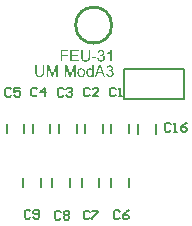
<source format=gto>
G04 Layer_Color=65535*
%FSLAX25Y25*%
%MOIN*%
G70*
G01*
G75*
%ADD16C,0.01000*%
%ADD17C,0.00787*%
%ADD18C,0.00591*%
G36*
X-12070Y20669D02*
X-12560D01*
Y23885D01*
X-13684Y20669D01*
X-14141D01*
X-15248Y23939D01*
Y20669D01*
X-15739D01*
Y24509D01*
X-14977D01*
X-14066Y21788D01*
Y21784D01*
X-14062Y21772D01*
X-14054Y21751D01*
X-14045Y21726D01*
X-14037Y21697D01*
X-14025Y21659D01*
X-13996Y21576D01*
X-13966Y21485D01*
X-13937Y21389D01*
X-13908Y21302D01*
X-13896Y21260D01*
X-13883Y21223D01*
Y21227D01*
X-13879Y21231D01*
X-13875Y21243D01*
X-13871Y21260D01*
X-13862Y21285D01*
X-13854Y21310D01*
X-13846Y21343D01*
X-13833Y21376D01*
X-13821Y21418D01*
X-13804Y21464D01*
X-13788Y21514D01*
X-13771Y21572D01*
X-13750Y21630D01*
X-13729Y21697D01*
X-13704Y21763D01*
X-13679Y21838D01*
X-12756Y24509D01*
X-12070D01*
Y20669D01*
D02*
G37*
G36*
X-6112D02*
X-6603D01*
Y23885D01*
X-7726Y20669D01*
X-8184D01*
X-9291Y23939D01*
Y20669D01*
X-9781D01*
Y24509D01*
X-9020D01*
X-8109Y21788D01*
Y21784D01*
X-8105Y21772D01*
X-8097Y21751D01*
X-8088Y21726D01*
X-8080Y21697D01*
X-8068Y21659D01*
X-8038Y21576D01*
X-8009Y21485D01*
X-7980Y21389D01*
X-7951Y21302D01*
X-7939Y21260D01*
X-7926Y21223D01*
Y21227D01*
X-7922Y21231D01*
X-7918Y21243D01*
X-7914Y21260D01*
X-7905Y21285D01*
X-7897Y21310D01*
X-7889Y21343D01*
X-7876Y21376D01*
X-7864Y21418D01*
X-7847Y21464D01*
X-7830Y21514D01*
X-7814Y21572D01*
X-7793Y21630D01*
X-7772Y21697D01*
X-7747Y21763D01*
X-7722Y21838D01*
X-6799Y24509D01*
X-6112D01*
Y20669D01*
D02*
G37*
G36*
X5340Y24517D02*
X5369Y24513D01*
X5448Y24505D01*
X5536Y24488D01*
X5635Y24463D01*
X5735Y24430D01*
X5835Y24384D01*
X5839D01*
X5848Y24380D01*
X5860Y24372D01*
X5881Y24359D01*
X5927Y24330D01*
X5985Y24288D01*
X6052Y24234D01*
X6118Y24172D01*
X6185Y24101D01*
X6243Y24018D01*
Y24014D01*
X6247Y24010D01*
X6255Y23993D01*
X6264Y23977D01*
X6276Y23956D01*
X6289Y23931D01*
X6314Y23868D01*
X6339Y23794D01*
X6363Y23710D01*
X6380Y23619D01*
X6384Y23523D01*
Y23519D01*
Y23511D01*
Y23498D01*
Y23482D01*
X6376Y23431D01*
X6368Y23373D01*
X6351Y23303D01*
X6326Y23228D01*
X6293Y23149D01*
X6247Y23070D01*
Y23065D01*
X6243Y23061D01*
X6222Y23036D01*
X6193Y22999D01*
X6147Y22953D01*
X6093Y22899D01*
X6022Y22845D01*
X5943Y22795D01*
X5852Y22745D01*
X5856D01*
X5868Y22741D01*
X5885Y22737D01*
X5910Y22728D01*
X5935Y22720D01*
X5968Y22708D01*
X6047Y22674D01*
X6131Y22629D01*
X6218Y22575D01*
X6305Y22504D01*
X6380Y22416D01*
X6384Y22412D01*
X6388Y22404D01*
X6397Y22391D01*
X6409Y22371D01*
X6426Y22350D01*
X6442Y22321D01*
X6459Y22287D01*
X6476Y22246D01*
X6492Y22204D01*
X6509Y22159D01*
X6542Y22055D01*
X6563Y21934D01*
X6572Y21867D01*
Y21801D01*
Y21797D01*
Y21780D01*
X6567Y21751D01*
Y21718D01*
X6559Y21672D01*
X6551Y21622D01*
X6542Y21568D01*
X6526Y21505D01*
X6505Y21439D01*
X6480Y21372D01*
X6451Y21302D01*
X6413Y21231D01*
X6372Y21156D01*
X6322Y21085D01*
X6268Y21015D01*
X6201Y20948D01*
X6197Y20944D01*
X6185Y20931D01*
X6164Y20915D01*
X6135Y20894D01*
X6101Y20869D01*
X6056Y20840D01*
X6006Y20807D01*
X5948Y20777D01*
X5885Y20744D01*
X5814Y20711D01*
X5740Y20682D01*
X5656Y20657D01*
X5569Y20636D01*
X5477Y20619D01*
X5382Y20607D01*
X5278Y20603D01*
X5257D01*
X5228Y20607D01*
X5195D01*
X5149Y20611D01*
X5099Y20619D01*
X5045Y20628D01*
X4982Y20640D01*
X4916Y20657D01*
X4849Y20678D01*
X4778Y20698D01*
X4708Y20728D01*
X4637Y20765D01*
X4571Y20802D01*
X4500Y20848D01*
X4437Y20902D01*
X4433Y20906D01*
X4425Y20915D01*
X4408Y20931D01*
X4383Y20956D01*
X4358Y20986D01*
X4329Y21023D01*
X4300Y21065D01*
X4267Y21114D01*
X4234Y21164D01*
X4200Y21227D01*
X4167Y21289D01*
X4138Y21360D01*
X4113Y21435D01*
X4088Y21514D01*
X4071Y21597D01*
X4059Y21684D01*
X4529Y21747D01*
Y21743D01*
X4533Y21730D01*
X4537Y21709D01*
X4546Y21680D01*
X4554Y21647D01*
X4562Y21610D01*
X4591Y21522D01*
X4629Y21426D01*
X4674Y21331D01*
X4733Y21243D01*
X4766Y21206D01*
X4799Y21169D01*
X4803D01*
X4808Y21160D01*
X4820Y21152D01*
X4833Y21139D01*
X4874Y21114D01*
X4932Y21081D01*
X5003Y21048D01*
X5082Y21023D01*
X5178Y21002D01*
X5278Y20994D01*
X5311D01*
X5336Y20998D01*
X5361Y21002D01*
X5398Y21006D01*
X5473Y21023D01*
X5565Y21048D01*
X5660Y21089D01*
X5706Y21119D01*
X5752Y21148D01*
X5798Y21181D01*
X5844Y21223D01*
X5848Y21227D01*
X5852Y21235D01*
X5864Y21248D01*
X5881Y21264D01*
X5897Y21285D01*
X5914Y21314D01*
X5935Y21343D01*
X5960Y21381D01*
X6002Y21464D01*
X6035Y21560D01*
X6064Y21672D01*
X6068Y21730D01*
X6072Y21792D01*
Y21797D01*
Y21805D01*
Y21826D01*
X6068Y21847D01*
X6064Y21876D01*
X6060Y21905D01*
X6047Y21980D01*
X6018Y22067D01*
X5981Y22154D01*
X5956Y22200D01*
X5927Y22242D01*
X5893Y22283D01*
X5856Y22325D01*
X5852Y22329D01*
X5848Y22333D01*
X5835Y22346D01*
X5818Y22358D01*
X5798Y22375D01*
X5773Y22391D01*
X5710Y22433D01*
X5631Y22471D01*
X5540Y22504D01*
X5436Y22529D01*
X5378Y22533D01*
X5319Y22537D01*
X5294D01*
X5265Y22533D01*
X5228D01*
X5178Y22525D01*
X5124Y22516D01*
X5057Y22504D01*
X4986Y22487D01*
X5036Y22899D01*
X5045D01*
X5066Y22895D01*
X5091Y22891D01*
X5145D01*
X5165Y22895D01*
X5195D01*
X5224Y22899D01*
X5294Y22911D01*
X5378Y22928D01*
X5469Y22957D01*
X5565Y22995D01*
X5656Y23049D01*
X5660D01*
X5669Y23057D01*
X5677Y23065D01*
X5694Y23078D01*
X5735Y23115D01*
X5781Y23169D01*
X5823Y23236D01*
X5864Y23319D01*
X5881Y23365D01*
X5889Y23419D01*
X5897Y23473D01*
X5902Y23531D01*
Y23536D01*
Y23544D01*
Y23556D01*
X5897Y23577D01*
X5893Y23623D01*
X5881Y23685D01*
X5860Y23752D01*
X5827Y23823D01*
X5781Y23898D01*
X5756Y23931D01*
X5723Y23964D01*
X5714Y23972D01*
X5689Y23989D01*
X5652Y24018D01*
X5602Y24051D01*
X5536Y24081D01*
X5457Y24110D01*
X5369Y24126D01*
X5269Y24135D01*
X5244D01*
X5224Y24130D01*
X5199D01*
X5174Y24126D01*
X5107Y24114D01*
X5036Y24093D01*
X4957Y24060D01*
X4882Y24018D01*
X4808Y23960D01*
X4799Y23952D01*
X4778Y23927D01*
X4745Y23889D01*
X4712Y23831D01*
X4670Y23760D01*
X4633Y23669D01*
X4600Y23565D01*
X4575Y23444D01*
X4105Y23527D01*
Y23531D01*
X4109Y23548D01*
X4113Y23573D01*
X4121Y23606D01*
X4134Y23644D01*
X4146Y23689D01*
X4163Y23739D01*
X4184Y23794D01*
X4238Y23914D01*
X4267Y23972D01*
X4304Y24035D01*
X4346Y24093D01*
X4392Y24151D01*
X4442Y24209D01*
X4496Y24259D01*
X4500Y24263D01*
X4508Y24272D01*
X4529Y24284D01*
X4550Y24301D01*
X4583Y24322D01*
X4616Y24343D01*
X4658Y24367D01*
X4708Y24393D01*
X4758Y24413D01*
X4816Y24438D01*
X4878Y24459D01*
X4945Y24480D01*
X5020Y24497D01*
X5095Y24509D01*
X5174Y24517D01*
X5257Y24521D01*
X5311D01*
X5340Y24517D01*
D02*
G37*
G36*
X-4174Y23511D02*
X-4132D01*
X-4082Y23502D01*
X-4028Y23494D01*
X-3966Y23482D01*
X-3895Y23469D01*
X-3824Y23448D01*
X-3745Y23423D01*
X-3670Y23390D01*
X-3591Y23357D01*
X-3512Y23311D01*
X-3438Y23261D01*
X-3363Y23203D01*
X-3292Y23136D01*
X-3288Y23132D01*
X-3275Y23120D01*
X-3259Y23099D01*
X-3234Y23065D01*
X-3209Y23028D01*
X-3175Y22982D01*
X-3142Y22928D01*
X-3109Y22866D01*
X-3076Y22795D01*
X-3042Y22716D01*
X-3009Y22633D01*
X-2984Y22541D01*
X-2959Y22442D01*
X-2942Y22333D01*
X-2930Y22217D01*
X-2926Y22096D01*
Y22092D01*
Y22071D01*
Y22046D01*
X-2930Y22009D01*
Y21963D01*
X-2934Y21909D01*
X-2938Y21851D01*
X-2947Y21788D01*
X-2963Y21655D01*
X-2992Y21514D01*
X-3034Y21376D01*
X-3059Y21314D01*
X-3088Y21252D01*
Y21248D01*
X-3096Y21239D01*
X-3105Y21223D01*
X-3117Y21202D01*
X-3134Y21177D01*
X-3155Y21144D01*
X-3209Y21077D01*
X-3275Y20998D01*
X-3354Y20919D01*
X-3450Y20844D01*
X-3558Y20773D01*
X-3562D01*
X-3571Y20765D01*
X-3587Y20757D01*
X-3612Y20748D01*
X-3641Y20736D01*
X-3675Y20719D01*
X-3712Y20707D01*
X-3758Y20690D01*
X-3804Y20673D01*
X-3858Y20661D01*
X-3970Y20632D01*
X-4095Y20615D01*
X-4228Y20607D01*
X-4253D01*
X-4282Y20611D01*
X-4324D01*
X-4374Y20619D01*
X-4432Y20628D01*
X-4494Y20640D01*
X-4565Y20653D01*
X-4640Y20673D01*
X-4715Y20698D01*
X-4794Y20728D01*
X-4873Y20765D01*
X-4952Y20807D01*
X-5027Y20856D01*
X-5102Y20915D01*
X-5172Y20981D01*
X-5176Y20986D01*
X-5189Y20998D01*
X-5206Y21019D01*
X-5226Y21052D01*
X-5255Y21089D01*
X-5285Y21135D01*
X-5318Y21193D01*
X-5351Y21256D01*
X-5384Y21331D01*
X-5418Y21410D01*
X-5447Y21497D01*
X-5476Y21593D01*
X-5497Y21697D01*
X-5513Y21809D01*
X-5526Y21930D01*
X-5530Y22059D01*
Y22063D01*
Y22067D01*
Y22092D01*
X-5526Y22134D01*
X-5522Y22184D01*
X-5517Y22250D01*
X-5509Y22325D01*
X-5492Y22404D01*
X-5476Y22491D01*
X-5455Y22583D01*
X-5426Y22679D01*
X-5389Y22774D01*
X-5351Y22870D01*
X-5301Y22961D01*
X-5243Y23049D01*
X-5176Y23128D01*
X-5102Y23203D01*
X-5097Y23207D01*
X-5085Y23215D01*
X-5064Y23232D01*
X-5039Y23253D01*
X-5002Y23273D01*
X-4960Y23303D01*
X-4914Y23332D01*
X-4856Y23361D01*
X-4798Y23390D01*
X-4731Y23415D01*
X-4660Y23444D01*
X-4581Y23465D01*
X-4498Y23486D01*
X-4415Y23502D01*
X-4324Y23511D01*
X-4228Y23515D01*
X-4203D01*
X-4174Y23511D01*
D02*
G37*
G36*
X3842Y20669D02*
X3264D01*
X2819Y21830D01*
X1205D01*
X789Y20669D01*
X252D01*
X1721Y24509D01*
X2270D01*
X3842Y20669D01*
D02*
G37*
G36*
X-16567Y22292D02*
Y22283D01*
Y22267D01*
Y22238D01*
Y22196D01*
X-16571Y22146D01*
X-16575Y22092D01*
X-16579Y22030D01*
X-16583Y21959D01*
X-16600Y21813D01*
X-16621Y21659D01*
X-16654Y21510D01*
X-16675Y21439D01*
X-16700Y21372D01*
Y21368D01*
X-16704Y21356D01*
X-16712Y21339D01*
X-16725Y21314D01*
X-16741Y21285D01*
X-16758Y21252D01*
X-16808Y21177D01*
X-16837Y21131D01*
X-16870Y21089D01*
X-16912Y21039D01*
X-16953Y20994D01*
X-17003Y20948D01*
X-17053Y20902D01*
X-17111Y20861D01*
X-17174Y20819D01*
X-17178Y20815D01*
X-17190Y20811D01*
X-17207Y20798D01*
X-17236Y20786D01*
X-17269Y20769D01*
X-17311Y20752D01*
X-17357Y20732D01*
X-17415Y20715D01*
X-17473Y20694D01*
X-17540Y20673D01*
X-17615Y20657D01*
X-17694Y20640D01*
X-17781Y20628D01*
X-17873Y20615D01*
X-17968Y20611D01*
X-18068Y20607D01*
X-18122D01*
X-18160Y20611D01*
X-18205D01*
X-18255Y20615D01*
X-18318Y20624D01*
X-18380Y20632D01*
X-18522Y20653D01*
X-18671Y20686D01*
X-18817Y20732D01*
X-18888Y20757D01*
X-18954Y20790D01*
X-18958Y20794D01*
X-18971Y20798D01*
X-18988Y20811D01*
X-19008Y20823D01*
X-19038Y20844D01*
X-19071Y20869D01*
X-19104Y20894D01*
X-19141Y20927D01*
X-19225Y21002D01*
X-19304Y21094D01*
X-19379Y21202D01*
X-19412Y21264D01*
X-19441Y21327D01*
Y21331D01*
X-19445Y21343D01*
X-19454Y21364D01*
X-19462Y21393D01*
X-19474Y21426D01*
X-19487Y21472D01*
X-19499Y21522D01*
X-19512Y21580D01*
X-19528Y21647D01*
X-19541Y21718D01*
X-19553Y21797D01*
X-19562Y21884D01*
X-19574Y21975D01*
X-19578Y22075D01*
X-19587Y22179D01*
Y22292D01*
Y24509D01*
X-19079D01*
Y22292D01*
Y22287D01*
Y22271D01*
Y22246D01*
Y22208D01*
X-19075Y22167D01*
Y22121D01*
X-19071Y22067D01*
X-19067Y22013D01*
X-19058Y21892D01*
X-19042Y21772D01*
X-19017Y21655D01*
X-19004Y21601D01*
X-18988Y21555D01*
Y21551D01*
X-18983Y21547D01*
X-18979Y21535D01*
X-18971Y21518D01*
X-18946Y21472D01*
X-18913Y21422D01*
X-18871Y21360D01*
X-18817Y21302D01*
X-18751Y21243D01*
X-18671Y21189D01*
X-18667D01*
X-18659Y21185D01*
X-18646Y21177D01*
X-18630Y21169D01*
X-18609Y21160D01*
X-18580Y21152D01*
X-18551Y21139D01*
X-18518Y21127D01*
X-18434Y21106D01*
X-18339Y21085D01*
X-18230Y21069D01*
X-18114Y21065D01*
X-18060D01*
X-18022Y21069D01*
X-17977Y21073D01*
X-17923Y21077D01*
X-17864Y21085D01*
X-17802Y21098D01*
X-17673Y21127D01*
X-17606Y21148D01*
X-17540Y21173D01*
X-17478Y21202D01*
X-17419Y21235D01*
X-17365Y21272D01*
X-17315Y21318D01*
X-17311Y21322D01*
X-17303Y21331D01*
X-17294Y21347D01*
X-17278Y21368D01*
X-17261Y21397D01*
X-17240Y21435D01*
X-17215Y21481D01*
X-17195Y21535D01*
X-17174Y21597D01*
X-17149Y21668D01*
X-17128Y21747D01*
X-17111Y21834D01*
X-17095Y21934D01*
X-17082Y22042D01*
X-17078Y22163D01*
X-17074Y22292D01*
Y24509D01*
X-16567D01*
Y22292D01*
D02*
G37*
G36*
X-134Y20669D02*
X-571D01*
Y21019D01*
X-575Y21015D01*
X-584Y21002D01*
X-600Y20981D01*
X-621Y20956D01*
X-650Y20923D01*
X-684Y20890D01*
X-721Y20852D01*
X-767Y20815D01*
X-821Y20773D01*
X-879Y20736D01*
X-941Y20703D01*
X-1012Y20673D01*
X-1091Y20644D01*
X-1170Y20624D01*
X-1258Y20611D01*
X-1353Y20607D01*
X-1387D01*
X-1412Y20611D01*
X-1441D01*
X-1474Y20615D01*
X-1511Y20624D01*
X-1553Y20632D01*
X-1649Y20653D01*
X-1753Y20686D01*
X-1857Y20732D01*
X-1911Y20757D01*
X-1965Y20790D01*
X-1969Y20794D01*
X-1977Y20798D01*
X-1990Y20811D01*
X-2011Y20823D01*
X-2036Y20844D01*
X-2060Y20865D01*
X-2123Y20923D01*
X-2194Y20994D01*
X-2264Y21081D01*
X-2335Y21185D01*
X-2397Y21302D01*
Y21306D01*
X-2406Y21318D01*
X-2410Y21335D01*
X-2422Y21360D01*
X-2431Y21389D01*
X-2443Y21426D01*
X-2460Y21472D01*
X-2472Y21518D01*
X-2485Y21572D01*
X-2502Y21630D01*
X-2514Y21693D01*
X-2522Y21759D01*
X-2539Y21901D01*
X-2547Y22055D01*
Y22059D01*
Y22075D01*
Y22096D01*
X-2543Y22125D01*
Y22163D01*
X-2539Y22204D01*
X-2535Y22254D01*
X-2531Y22308D01*
X-2514Y22425D01*
X-2489Y22550D01*
X-2456Y22683D01*
X-2410Y22812D01*
Y22816D01*
X-2402Y22828D01*
X-2393Y22845D01*
X-2385Y22870D01*
X-2368Y22895D01*
X-2352Y22928D01*
X-2306Y23003D01*
X-2248Y23090D01*
X-2177Y23174D01*
X-2094Y23257D01*
X-1994Y23332D01*
X-1990Y23336D01*
X-1981Y23340D01*
X-1965Y23348D01*
X-1944Y23361D01*
X-1919Y23373D01*
X-1886Y23390D01*
X-1853Y23407D01*
X-1811Y23423D01*
X-1719Y23457D01*
X-1615Y23486D01*
X-1499Y23506D01*
X-1436Y23515D01*
X-1333D01*
X-1283Y23511D01*
X-1224Y23502D01*
X-1154Y23490D01*
X-1079Y23469D01*
X-1000Y23444D01*
X-925Y23407D01*
X-921D01*
X-917Y23402D01*
X-892Y23386D01*
X-858Y23365D01*
X-812Y23332D01*
X-763Y23290D01*
X-709Y23244D01*
X-654Y23190D01*
X-605Y23128D01*
Y24509D01*
X-134D01*
Y20669D01*
D02*
G37*
G36*
X-1271Y27410D02*
Y27402D01*
Y27385D01*
Y27356D01*
Y27314D01*
X-1275Y27264D01*
X-1280Y27210D01*
X-1284Y27148D01*
X-1288Y27077D01*
X-1304Y26931D01*
X-1325Y26777D01*
X-1359Y26628D01*
X-1379Y26557D01*
X-1404Y26490D01*
Y26486D01*
X-1409Y26474D01*
X-1417Y26457D01*
X-1429Y26432D01*
X-1446Y26403D01*
X-1462Y26370D01*
X-1512Y26295D01*
X-1542Y26249D01*
X-1575Y26208D01*
X-1616Y26158D01*
X-1658Y26112D01*
X-1708Y26066D01*
X-1758Y26020D01*
X-1816Y25979D01*
X-1878Y25937D01*
X-1883Y25933D01*
X-1895Y25929D01*
X-1912Y25916D01*
X-1941Y25904D01*
X-1974Y25887D01*
X-2016Y25871D01*
X-2062Y25850D01*
X-2120Y25833D01*
X-2178Y25812D01*
X-2245Y25792D01*
X-2320Y25775D01*
X-2399Y25758D01*
X-2486Y25746D01*
X-2577Y25733D01*
X-2673Y25729D01*
X-2773Y25725D01*
X-2827D01*
X-2864Y25729D01*
X-2910D01*
X-2960Y25733D01*
X-3022Y25742D01*
X-3085Y25750D01*
X-3226Y25771D01*
X-3376Y25804D01*
X-3522Y25850D01*
X-3593Y25875D01*
X-3659Y25908D01*
X-3663Y25912D01*
X-3676Y25916D01*
X-3692Y25929D01*
X-3713Y25941D01*
X-3742Y25962D01*
X-3776Y25987D01*
X-3809Y26012D01*
X-3846Y26045D01*
X-3929Y26120D01*
X-4008Y26212D01*
X-4083Y26320D01*
X-4117Y26382D01*
X-4146Y26445D01*
Y26449D01*
X-4150Y26461D01*
X-4158Y26482D01*
X-4166Y26511D01*
X-4179Y26544D01*
X-4191Y26590D01*
X-4204Y26640D01*
X-4216Y26698D01*
X-4233Y26765D01*
X-4246Y26836D01*
X-4258Y26915D01*
X-4266Y27002D01*
X-4279Y27094D01*
X-4283Y27193D01*
X-4291Y27297D01*
Y27410D01*
Y29627D01*
X-3784D01*
Y27410D01*
Y27406D01*
Y27389D01*
Y27364D01*
Y27327D01*
X-3780Y27285D01*
Y27239D01*
X-3776Y27185D01*
X-3771Y27131D01*
X-3763Y27010D01*
X-3746Y26890D01*
X-3721Y26773D01*
X-3709Y26719D01*
X-3692Y26673D01*
Y26669D01*
X-3688Y26665D01*
X-3684Y26653D01*
X-3676Y26636D01*
X-3651Y26590D01*
X-3617Y26540D01*
X-3576Y26478D01*
X-3522Y26420D01*
X-3455Y26362D01*
X-3376Y26307D01*
X-3372D01*
X-3364Y26303D01*
X-3351Y26295D01*
X-3334Y26287D01*
X-3314Y26278D01*
X-3285Y26270D01*
X-3255Y26258D01*
X-3222Y26245D01*
X-3139Y26224D01*
X-3043Y26203D01*
X-2935Y26187D01*
X-2819Y26183D01*
X-2765D01*
X-2727Y26187D01*
X-2681Y26191D01*
X-2627Y26195D01*
X-2569Y26203D01*
X-2507Y26216D01*
X-2378Y26245D01*
X-2311Y26266D01*
X-2245Y26291D01*
X-2182Y26320D01*
X-2124Y26353D01*
X-2070Y26391D01*
X-2020Y26436D01*
X-2016Y26441D01*
X-2008Y26449D01*
X-1999Y26465D01*
X-1983Y26486D01*
X-1966Y26515D01*
X-1945Y26553D01*
X-1920Y26599D01*
X-1899Y26653D01*
X-1878Y26715D01*
X-1854Y26786D01*
X-1833Y26865D01*
X-1816Y26952D01*
X-1799Y27052D01*
X-1787Y27160D01*
X-1783Y27281D01*
X-1779Y27410D01*
Y29627D01*
X-1271D01*
Y27410D01*
D02*
G37*
G36*
X780Y26940D02*
X-672D01*
Y27414D01*
X780D01*
Y26940D01*
D02*
G37*
G36*
X2452Y29635D02*
X2481Y29631D01*
X2560Y29623D01*
X2648Y29606D01*
X2747Y29581D01*
X2847Y29548D01*
X2947Y29502D01*
X2951D01*
X2960Y29498D01*
X2972Y29490D01*
X2993Y29477D01*
X3039Y29448D01*
X3097Y29407D01*
X3163Y29353D01*
X3230Y29290D01*
X3297Y29219D01*
X3355Y29136D01*
Y29132D01*
X3359Y29128D01*
X3367Y29111D01*
X3376Y29095D01*
X3388Y29074D01*
X3401Y29049D01*
X3426Y28986D01*
X3450Y28912D01*
X3475Y28828D01*
X3492Y28737D01*
X3496Y28641D01*
Y28637D01*
Y28629D01*
Y28616D01*
Y28600D01*
X3488Y28550D01*
X3480Y28491D01*
X3463Y28421D01*
X3438Y28346D01*
X3405Y28267D01*
X3359Y28188D01*
Y28184D01*
X3355Y28179D01*
X3334Y28154D01*
X3305Y28117D01*
X3259Y28071D01*
X3205Y28017D01*
X3134Y27963D01*
X3055Y27913D01*
X2964Y27863D01*
X2968D01*
X2980Y27859D01*
X2997Y27855D01*
X3022Y27847D01*
X3047Y27838D01*
X3080Y27826D01*
X3159Y27793D01*
X3242Y27747D01*
X3330Y27693D01*
X3417Y27622D01*
X3492Y27535D01*
X3496Y27530D01*
X3500Y27522D01*
X3509Y27510D01*
X3521Y27489D01*
X3538Y27468D01*
X3554Y27439D01*
X3571Y27406D01*
X3588Y27364D01*
X3604Y27322D01*
X3621Y27277D01*
X3654Y27173D01*
X3675Y27052D01*
X3683Y26985D01*
Y26919D01*
Y26915D01*
Y26898D01*
X3679Y26869D01*
Y26836D01*
X3671Y26790D01*
X3663Y26740D01*
X3654Y26686D01*
X3638Y26624D01*
X3617Y26557D01*
X3592Y26490D01*
X3563Y26420D01*
X3525Y26349D01*
X3484Y26274D01*
X3434Y26203D01*
X3380Y26133D01*
X3313Y26066D01*
X3309Y26062D01*
X3297Y26050D01*
X3276Y26033D01*
X3247Y26012D01*
X3213Y25987D01*
X3167Y25958D01*
X3118Y25925D01*
X3059Y25896D01*
X2997Y25862D01*
X2926Y25829D01*
X2851Y25800D01*
X2768Y25775D01*
X2681Y25754D01*
X2589Y25738D01*
X2494Y25725D01*
X2390Y25721D01*
X2369D01*
X2340Y25725D01*
X2306D01*
X2261Y25729D01*
X2211Y25738D01*
X2157Y25746D01*
X2094Y25758D01*
X2028Y25775D01*
X1961Y25796D01*
X1890Y25817D01*
X1820Y25846D01*
X1749Y25883D01*
X1682Y25921D01*
X1612Y25966D01*
X1549Y26020D01*
X1545Y26024D01*
X1537Y26033D01*
X1520Y26050D01*
X1495Y26074D01*
X1470Y26104D01*
X1441Y26141D01*
X1412Y26183D01*
X1379Y26232D01*
X1345Y26282D01*
X1312Y26345D01*
X1279Y26407D01*
X1250Y26478D01*
X1225Y26553D01*
X1200Y26632D01*
X1183Y26715D01*
X1171Y26802D01*
X1641Y26865D01*
Y26861D01*
X1645Y26848D01*
X1649Y26827D01*
X1657Y26798D01*
X1666Y26765D01*
X1674Y26728D01*
X1703Y26640D01*
X1741Y26544D01*
X1786Y26449D01*
X1845Y26362D01*
X1878Y26324D01*
X1911Y26287D01*
X1915D01*
X1919Y26278D01*
X1932Y26270D01*
X1945Y26258D01*
X1986Y26232D01*
X2044Y26199D01*
X2115Y26166D01*
X2194Y26141D01*
X2290Y26120D01*
X2390Y26112D01*
X2423D01*
X2448Y26116D01*
X2473Y26120D01*
X2510Y26124D01*
X2585Y26141D01*
X2677Y26166D01*
X2772Y26208D01*
X2818Y26237D01*
X2864Y26266D01*
X2910Y26299D01*
X2955Y26341D01*
X2960Y26345D01*
X2964Y26353D01*
X2976Y26366D01*
X2993Y26382D01*
X3009Y26403D01*
X3026Y26432D01*
X3047Y26461D01*
X3072Y26499D01*
X3114Y26582D01*
X3147Y26678D01*
X3176Y26790D01*
X3180Y26848D01*
X3184Y26911D01*
Y26915D01*
Y26923D01*
Y26944D01*
X3180Y26965D01*
X3176Y26994D01*
X3172Y27023D01*
X3159Y27098D01*
X3130Y27185D01*
X3093Y27272D01*
X3068Y27318D01*
X3039Y27360D01*
X3005Y27402D01*
X2968Y27443D01*
X2964Y27447D01*
X2960Y27451D01*
X2947Y27464D01*
X2930Y27476D01*
X2910Y27493D01*
X2885Y27510D01*
X2822Y27551D01*
X2743Y27589D01*
X2652Y27622D01*
X2548Y27647D01*
X2489Y27651D01*
X2431Y27655D01*
X2406D01*
X2377Y27651D01*
X2340D01*
X2290Y27643D01*
X2236Y27634D01*
X2169Y27622D01*
X2098Y27605D01*
X2148Y28017D01*
X2157D01*
X2177Y28013D01*
X2202Y28009D01*
X2256D01*
X2277Y28013D01*
X2306D01*
X2335Y28017D01*
X2406Y28030D01*
X2489Y28046D01*
X2581Y28075D01*
X2677Y28113D01*
X2768Y28167D01*
X2772D01*
X2781Y28175D01*
X2789Y28184D01*
X2806Y28196D01*
X2847Y28234D01*
X2893Y28288D01*
X2935Y28354D01*
X2976Y28437D01*
X2993Y28483D01*
X3001Y28537D01*
X3009Y28591D01*
X3014Y28650D01*
Y28654D01*
Y28662D01*
Y28674D01*
X3009Y28695D01*
X3005Y28741D01*
X2993Y28803D01*
X2972Y28870D01*
X2939Y28941D01*
X2893Y29016D01*
X2868Y29049D01*
X2835Y29082D01*
X2826Y29090D01*
X2802Y29107D01*
X2764Y29136D01*
X2714Y29169D01*
X2648Y29199D01*
X2568Y29228D01*
X2481Y29244D01*
X2381Y29253D01*
X2356D01*
X2335Y29248D01*
X2311D01*
X2286Y29244D01*
X2219Y29232D01*
X2148Y29211D01*
X2069Y29178D01*
X1994Y29136D01*
X1919Y29078D01*
X1911Y29070D01*
X1890Y29045D01*
X1857Y29007D01*
X1824Y28949D01*
X1782Y28878D01*
X1745Y28787D01*
X1712Y28683D01*
X1687Y28562D01*
X1216Y28645D01*
Y28650D01*
X1221Y28666D01*
X1225Y28691D01*
X1233Y28724D01*
X1246Y28762D01*
X1258Y28808D01*
X1275Y28857D01*
X1296Y28912D01*
X1350Y29032D01*
X1379Y29090D01*
X1416Y29153D01*
X1458Y29211D01*
X1504Y29269D01*
X1553Y29328D01*
X1608Y29377D01*
X1612Y29382D01*
X1620Y29390D01*
X1641Y29402D01*
X1662Y29419D01*
X1695Y29440D01*
X1728Y29461D01*
X1770Y29486D01*
X1820Y29511D01*
X1870Y29531D01*
X1928Y29556D01*
X1990Y29577D01*
X2057Y29598D01*
X2132Y29615D01*
X2207Y29627D01*
X2286Y29635D01*
X2369Y29640D01*
X2423D01*
X2452Y29635D01*
D02*
G37*
G36*
X5926Y25787D02*
X5456D01*
Y28787D01*
X5447Y28778D01*
X5426Y28758D01*
X5389Y28729D01*
X5335Y28687D01*
X5272Y28637D01*
X5193Y28583D01*
X5106Y28525D01*
X5006Y28462D01*
X5002D01*
X4994Y28454D01*
X4981Y28446D01*
X4961Y28437D01*
X4936Y28421D01*
X4906Y28408D01*
X4840Y28371D01*
X4765Y28333D01*
X4682Y28292D01*
X4594Y28254D01*
X4511Y28221D01*
Y28674D01*
X4515Y28679D01*
X4528Y28683D01*
X4549Y28695D01*
X4578Y28708D01*
X4611Y28724D01*
X4653Y28749D01*
X4698Y28774D01*
X4744Y28799D01*
X4852Y28866D01*
X4969Y28945D01*
X5090Y29028D01*
X5202Y29124D01*
X5206Y29128D01*
X5214Y29136D01*
X5231Y29149D01*
X5252Y29169D01*
X5272Y29194D01*
X5302Y29219D01*
X5364Y29290D01*
X5435Y29365D01*
X5505Y29452D01*
X5568Y29544D01*
X5622Y29640D01*
X5926D01*
Y25787D01*
D02*
G37*
G36*
X-8535Y29174D02*
X-10615D01*
Y27984D01*
X-8813D01*
Y27530D01*
X-10615D01*
Y25787D01*
X-11122D01*
Y29627D01*
X-8535D01*
Y29174D01*
D02*
G37*
G36*
X-5086D02*
X-7357D01*
Y28001D01*
X-5232D01*
Y27547D01*
X-7357D01*
Y26241D01*
X-4998D01*
Y25787D01*
X-7865D01*
Y29627D01*
X-5086D01*
Y29174D01*
D02*
G37*
%LPC*%
G36*
X-4228Y23124D02*
X-4261D01*
X-4286Y23120D01*
X-4315Y23115D01*
X-4353Y23111D01*
X-4432Y23090D01*
X-4527Y23057D01*
X-4573Y23036D01*
X-4623Y23011D01*
X-4673Y22982D01*
X-4723Y22945D01*
X-4769Y22903D01*
X-4814Y22858D01*
X-4819Y22853D01*
X-4823Y22845D01*
X-4835Y22828D01*
X-4852Y22807D01*
X-4868Y22778D01*
X-4889Y22745D01*
X-4910Y22704D01*
X-4931Y22658D01*
X-4952Y22604D01*
X-4972Y22545D01*
X-4993Y22479D01*
X-5010Y22408D01*
X-5027Y22329D01*
X-5039Y22246D01*
X-5043Y22154D01*
X-5047Y22059D01*
Y22055D01*
Y22034D01*
Y22009D01*
X-5043Y21971D01*
X-5039Y21926D01*
X-5035Y21876D01*
X-5027Y21817D01*
X-5018Y21759D01*
X-4989Y21626D01*
X-4948Y21493D01*
X-4923Y21431D01*
X-4889Y21368D01*
X-4856Y21310D01*
X-4814Y21256D01*
X-4810Y21252D01*
X-4802Y21243D01*
X-4789Y21231D01*
X-4773Y21214D01*
X-4748Y21193D01*
X-4723Y21173D01*
X-4690Y21148D01*
X-4652Y21127D01*
X-4569Y21077D01*
X-4469Y21035D01*
X-4415Y21019D01*
X-4353Y21006D01*
X-4294Y20998D01*
X-4228Y20994D01*
X-4195D01*
X-4170Y20998D01*
X-4140Y21002D01*
X-4103Y21006D01*
X-4024Y21027D01*
X-3932Y21060D01*
X-3883Y21081D01*
X-3833Y21106D01*
X-3787Y21135D01*
X-3737Y21173D01*
X-3691Y21214D01*
X-3646Y21260D01*
X-3641Y21264D01*
X-3637Y21272D01*
X-3625Y21289D01*
X-3608Y21310D01*
X-3591Y21339D01*
X-3571Y21372D01*
X-3550Y21414D01*
X-3525Y21464D01*
X-3504Y21514D01*
X-3483Y21576D01*
X-3462Y21643D01*
X-3446Y21718D01*
X-3429Y21797D01*
X-3417Y21884D01*
X-3413Y21975D01*
X-3408Y22075D01*
Y22080D01*
Y22096D01*
Y22125D01*
X-3413Y22159D01*
X-3417Y22204D01*
X-3421Y22254D01*
X-3429Y22308D01*
X-3438Y22367D01*
X-3467Y22491D01*
X-3483Y22558D01*
X-3508Y22625D01*
X-3537Y22687D01*
X-3566Y22749D01*
X-3604Y22803D01*
X-3646Y22858D01*
X-3650Y22862D01*
X-3658Y22870D01*
X-3670Y22882D01*
X-3687Y22899D01*
X-3712Y22920D01*
X-3737Y22941D01*
X-3770Y22966D01*
X-3804Y22991D01*
X-3891Y23041D01*
X-3991Y23082D01*
X-4045Y23099D01*
X-4103Y23111D01*
X-4166Y23120D01*
X-4228Y23124D01*
D02*
G37*
G36*
X1983Y24110D02*
Y24105D01*
X1979Y24093D01*
X1975Y24072D01*
X1970Y24047D01*
X1962Y24010D01*
X1954Y23972D01*
X1941Y23927D01*
X1929Y23877D01*
X1916Y23823D01*
X1900Y23764D01*
X1862Y23640D01*
X1821Y23506D01*
X1775Y23369D01*
X1351Y22242D01*
X2661D01*
X2258Y23307D01*
Y23311D01*
X2249Y23327D01*
X2241Y23352D01*
X2228Y23390D01*
X2212Y23427D01*
X2195Y23477D01*
X2174Y23531D01*
X2153Y23590D01*
X2112Y23719D01*
X2066Y23852D01*
X2020Y23985D01*
X1983Y24110D01*
D02*
G37*
G36*
X-1328Y23124D02*
X-1357D01*
X-1383Y23120D01*
X-1407Y23115D01*
X-1441Y23111D01*
X-1511Y23090D01*
X-1595Y23061D01*
X-1640Y23041D01*
X-1686Y23016D01*
X-1728Y22986D01*
X-1774Y22949D01*
X-1815Y22911D01*
X-1857Y22866D01*
X-1861Y22862D01*
X-1865Y22853D01*
X-1877Y22837D01*
X-1890Y22816D01*
X-1907Y22791D01*
X-1923Y22753D01*
X-1940Y22716D01*
X-1961Y22666D01*
X-1981Y22616D01*
X-1998Y22554D01*
X-2015Y22487D01*
X-2031Y22416D01*
X-2044Y22333D01*
X-2056Y22250D01*
X-2060Y22154D01*
X-2065Y22055D01*
Y22050D01*
Y22030D01*
Y22005D01*
X-2060Y21967D01*
X-2056Y21921D01*
X-2052Y21871D01*
X-2044Y21817D01*
X-2036Y21755D01*
X-2011Y21626D01*
X-1969Y21493D01*
X-1944Y21431D01*
X-1915Y21368D01*
X-1877Y21310D01*
X-1840Y21256D01*
X-1836Y21252D01*
X-1832Y21243D01*
X-1815Y21231D01*
X-1798Y21214D01*
X-1778Y21193D01*
X-1753Y21173D01*
X-1690Y21127D01*
X-1611Y21077D01*
X-1520Y21035D01*
X-1470Y21019D01*
X-1420Y21006D01*
X-1366Y20998D01*
X-1308Y20994D01*
X-1278D01*
X-1254Y20998D01*
X-1228Y21002D01*
X-1195Y21006D01*
X-1125Y21027D01*
X-1041Y21056D01*
X-996Y21077D01*
X-954Y21098D01*
X-908Y21127D01*
X-862Y21160D01*
X-821Y21198D01*
X-779Y21243D01*
X-775Y21248D01*
X-771Y21256D01*
X-758Y21268D01*
X-746Y21293D01*
X-729Y21318D01*
X-709Y21351D01*
X-688Y21389D01*
X-667Y21435D01*
X-650Y21485D01*
X-630Y21543D01*
X-609Y21610D01*
X-592Y21676D01*
X-580Y21751D01*
X-567Y21834D01*
X-563Y21921D01*
X-559Y22017D01*
Y22026D01*
Y22042D01*
Y22071D01*
X-563Y22109D01*
X-567Y22159D01*
X-571Y22213D01*
X-575Y22271D01*
X-588Y22337D01*
X-613Y22471D01*
X-654Y22612D01*
X-679Y22679D01*
X-709Y22741D01*
X-742Y22799D01*
X-783Y22853D01*
X-788Y22858D01*
X-792Y22866D01*
X-804Y22878D01*
X-821Y22895D01*
X-846Y22916D01*
X-871Y22941D01*
X-933Y22991D01*
X-1012Y23036D01*
X-1108Y23082D01*
X-1158Y23099D01*
X-1212Y23111D01*
X-1270Y23120D01*
X-1328Y23124D01*
D02*
G37*
%LPD*%
D16*
X5902Y37902D02*
G03*
X5902Y37902I-6000J0D01*
G01*
D17*
X5709Y1870D02*
Y5020D01*
X11614Y1870D02*
Y5020D01*
X-3002Y1870D02*
Y5020D01*
X2904Y1870D02*
Y5020D01*
X-11713Y1870D02*
Y5020D01*
X-5807Y1870D02*
Y5020D01*
X-20423Y1870D02*
Y5020D01*
X-14518Y1870D02*
Y5020D01*
X-29134Y1870D02*
Y5020D01*
X-23228Y1870D02*
Y5020D01*
X9902Y13209D02*
X29902D01*
Y23209D01*
X9902D02*
X29902D01*
X9902Y13209D02*
Y23209D01*
X-23622Y-16142D02*
Y-12992D01*
X-17717Y-16142D02*
Y-12992D01*
X-13878Y-16142D02*
Y-12992D01*
X-7972Y-16142D02*
Y-12992D01*
X-4134Y-16142D02*
Y-12992D01*
X1772Y-16142D02*
Y-12992D01*
X5610Y-16142D02*
Y-12992D01*
X11516Y-16142D02*
Y-12992D01*
X14665Y1772D02*
Y4921D01*
X20571Y1772D02*
Y4921D01*
D18*
X7245Y16605D02*
X6753Y17097D01*
X5769D01*
X5277Y16605D01*
Y14638D01*
X5769Y14146D01*
X6753D01*
X7245Y14638D01*
X8229Y14146D02*
X9213D01*
X8721D01*
Y17097D01*
X8229Y16605D01*
X-1468Y16571D02*
X-1960Y17063D01*
X-2944D01*
X-3436Y16571D01*
Y14603D01*
X-2944Y14111D01*
X-1960D01*
X-1468Y14603D01*
X1484Y14111D02*
X-484D01*
X1484Y16079D01*
Y16571D01*
X992Y17063D01*
X8D01*
X-484Y16571D01*
X-10153Y16531D02*
X-10645Y17023D01*
X-11629D01*
X-12121Y16531D01*
Y14563D01*
X-11629Y14071D01*
X-10645D01*
X-10153Y14563D01*
X-9169Y16531D02*
X-8677Y17023D01*
X-7694D01*
X-7202Y16531D01*
Y16039D01*
X-7694Y15547D01*
X-8185D01*
X-7694D01*
X-7202Y15055D01*
Y14563D01*
X-7694Y14071D01*
X-8677D01*
X-9169Y14563D01*
X-18858Y16584D02*
X-19350Y17076D01*
X-20334D01*
X-20826Y16584D01*
Y14616D01*
X-20334Y14124D01*
X-19350D01*
X-18858Y14616D01*
X-16399Y14124D02*
Y17076D01*
X-17875Y15600D01*
X-15907D01*
X-27528Y16524D02*
X-28020Y17016D01*
X-29004D01*
X-29496Y16524D01*
Y14556D01*
X-29004Y14064D01*
X-28020D01*
X-27528Y14556D01*
X-24576Y17016D02*
X-26544D01*
Y15540D01*
X-25560Y16032D01*
X-25068D01*
X-24576Y15540D01*
Y14556D01*
X-25068Y14064D01*
X-26052D01*
X-26544Y14556D01*
X8562Y-24312D02*
X8070Y-23820D01*
X7086D01*
X6594Y-24312D01*
Y-26280D01*
X7086Y-26772D01*
X8070D01*
X8562Y-26280D01*
X11514Y-23820D02*
X10530Y-24312D01*
X9546Y-25296D01*
Y-26280D01*
X10038Y-26772D01*
X11022D01*
X11514Y-26280D01*
Y-25788D01*
X11022Y-25296D01*
X9546D01*
X-1477Y-24410D02*
X-1969Y-23918D01*
X-2953D01*
X-3445Y-24410D01*
Y-26378D01*
X-2953Y-26870D01*
X-1969D01*
X-1477Y-26378D01*
X-493Y-23918D02*
X1475D01*
Y-24410D01*
X-493Y-26378D01*
Y-26870D01*
X-11123Y-24509D02*
X-11615Y-24017D01*
X-12599D01*
X-13091Y-24509D01*
Y-26476D01*
X-12599Y-26969D01*
X-11615D01*
X-11123Y-26476D01*
X-10139Y-24509D02*
X-9647Y-24017D01*
X-8663D01*
X-8171Y-24509D01*
Y-25001D01*
X-8663Y-25493D01*
X-8171Y-25985D01*
Y-26476D01*
X-8663Y-26969D01*
X-9647D01*
X-10139Y-26476D01*
Y-25985D01*
X-9647Y-25493D01*
X-10139Y-25001D01*
Y-24509D01*
X-9647Y-25493D02*
X-8663D01*
X-21162Y-24115D02*
X-21654Y-23623D01*
X-22638D01*
X-23130Y-24115D01*
Y-26083D01*
X-22638Y-26575D01*
X-21654D01*
X-21162Y-26083D01*
X-20178D02*
X-19686Y-26575D01*
X-18702D01*
X-18210Y-26083D01*
Y-24115D01*
X-18702Y-23623D01*
X-19686D01*
X-20178Y-24115D01*
Y-24607D01*
X-19686Y-25099D01*
X-18210D01*
X25590Y4822D02*
X25098Y5314D01*
X24114D01*
X23622Y4822D01*
Y2854D01*
X24114Y2362D01*
X25098D01*
X25590Y2854D01*
X26574Y2362D02*
X27558D01*
X27066D01*
Y5314D01*
X26574Y4822D01*
X31002Y5314D02*
X30018Y4822D01*
X29034Y3838D01*
Y2854D01*
X29526Y2362D01*
X30510D01*
X31002Y2854D01*
Y3346D01*
X30510Y3838D01*
X29034D01*
M02*

</source>
